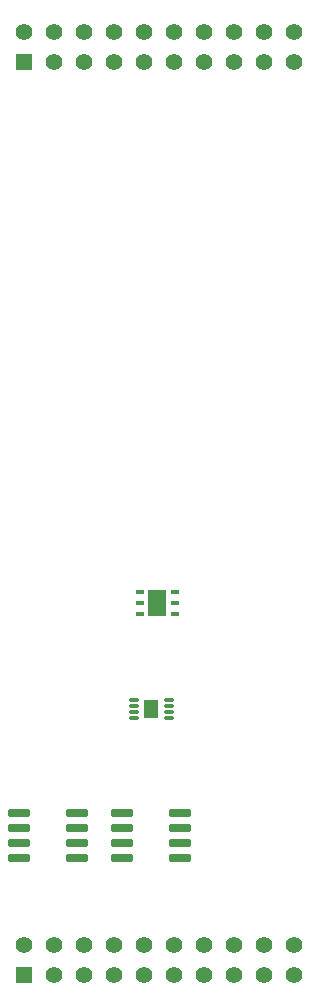
<source format=gbr>
%TF.GenerationSoftware,Altium Limited,Altium Designer,23.4.1 (23)*%
G04 Layer_Color=255*
%FSLAX45Y45*%
%MOMM*%
%TF.SameCoordinates,B91EE142-B30E-402A-A340-A1283DCE037E*%
%TF.FilePolarity,Positive*%
%TF.FileFunction,Pads,Top*%
%TF.Part,Single*%
G01*
G75*
%TA.AperFunction,SMDPad,CuDef*%
G04:AMPARAMS|DCode=10|XSize=1.9mm|YSize=0.6mm|CornerRadius=0.075mm|HoleSize=0mm|Usage=FLASHONLY|Rotation=180.000|XOffset=0mm|YOffset=0mm|HoleType=Round|Shape=RoundedRectangle|*
%AMROUNDEDRECTD10*
21,1,1.90000,0.45000,0,0,180.0*
21,1,1.75000,0.60000,0,0,180.0*
1,1,0.15000,-0.87500,0.22500*
1,1,0.15000,0.87500,0.22500*
1,1,0.15000,0.87500,-0.22500*
1,1,0.15000,-0.87500,-0.22500*
%
%ADD10ROUNDEDRECTD10*%
G04:AMPARAMS|DCode=11|XSize=0.76mm|YSize=0.42mm|CornerRadius=0.0525mm|HoleSize=0mm|Usage=FLASHONLY|Rotation=0.000|XOffset=0mm|YOffset=0mm|HoleType=Round|Shape=RoundedRectangle|*
%AMROUNDEDRECTD11*
21,1,0.76000,0.31500,0,0,0.0*
21,1,0.65500,0.42000,0,0,0.0*
1,1,0.10500,0.32750,-0.15750*
1,1,0.10500,-0.32750,-0.15750*
1,1,0.10500,-0.32750,0.15750*
1,1,0.10500,0.32750,0.15750*
%
%ADD11ROUNDEDRECTD11*%
%ADD12R,1.50000X2.30000*%
G04:AMPARAMS|DCode=13|XSize=0.81mm|YSize=0.26mm|CornerRadius=0.0325mm|HoleSize=0mm|Usage=FLASHONLY|Rotation=180.000|XOffset=0mm|YOffset=0mm|HoleType=Round|Shape=RoundedRectangle|*
%AMROUNDEDRECTD13*
21,1,0.81000,0.19500,0,0,180.0*
21,1,0.74500,0.26000,0,0,180.0*
1,1,0.06500,-0.37250,0.09750*
1,1,0.06500,0.37250,0.09750*
1,1,0.06500,0.37250,-0.09750*
1,1,0.06500,-0.37250,-0.09750*
%
%ADD13ROUNDEDRECTD13*%
%ADD14R,1.30000X1.50000*%
%TA.AperFunction,ComponentPad*%
%ADD16C,1.39000*%
%ADD17R,1.39000X1.39000*%
%ADD18C,0.40000*%
D10*
X956700Y1498600D02*
D03*
Y1625600D02*
D03*
Y1752600D02*
D03*
Y1879600D02*
D03*
X465700D02*
D03*
Y1752600D02*
D03*
Y1625600D02*
D03*
Y1498600D02*
D03*
X1828800D02*
D03*
Y1625600D02*
D03*
Y1752600D02*
D03*
Y1879600D02*
D03*
X1337800D02*
D03*
Y1752600D02*
D03*
Y1625600D02*
D03*
Y1498600D02*
D03*
D11*
X1489800Y3752600D02*
D03*
Y3657600D02*
D03*
Y3562600D02*
D03*
X1786800D02*
D03*
Y3657600D02*
D03*
Y3752600D02*
D03*
D12*
X1638300Y3657600D02*
D03*
D13*
X1732500Y2680900D02*
D03*
Y2730900D02*
D03*
Y2780900D02*
D03*
Y2830900D02*
D03*
X1442500D02*
D03*
Y2780900D02*
D03*
Y2730900D02*
D03*
Y2680900D02*
D03*
D14*
X1587500Y2755900D02*
D03*
D16*
X2794000Y8492000D02*
D03*
Y8238000D02*
D03*
X2540000Y8492000D02*
D03*
Y8238000D02*
D03*
X2286000Y8492000D02*
D03*
Y8238000D02*
D03*
X2032000Y8492000D02*
D03*
Y8238000D02*
D03*
X1778000Y8492000D02*
D03*
Y8238000D02*
D03*
X1524000Y8492000D02*
D03*
Y8238000D02*
D03*
X1270000Y8492000D02*
D03*
Y8238000D02*
D03*
X1016000Y8492000D02*
D03*
Y8238000D02*
D03*
X762000Y8492000D02*
D03*
Y8238000D02*
D03*
X508000Y8492000D02*
D03*
X2794000Y762000D02*
D03*
Y508000D02*
D03*
X2540000Y762000D02*
D03*
Y508000D02*
D03*
X2286000Y762000D02*
D03*
Y508000D02*
D03*
X2032000Y762000D02*
D03*
Y508000D02*
D03*
X1778000Y762000D02*
D03*
Y508000D02*
D03*
X1524000Y762000D02*
D03*
Y508000D02*
D03*
X1270000Y762000D02*
D03*
Y508000D02*
D03*
X1016000Y762000D02*
D03*
Y508000D02*
D03*
X762000Y762000D02*
D03*
Y508000D02*
D03*
X508000Y762000D02*
D03*
D17*
Y8238000D02*
D03*
Y508000D02*
D03*
D18*
X1587500Y2705900D02*
D03*
Y2805900D02*
D03*
%TF.MD5,ce237975220bb3ea80cd1c498b0721b8*%
M02*

</source>
